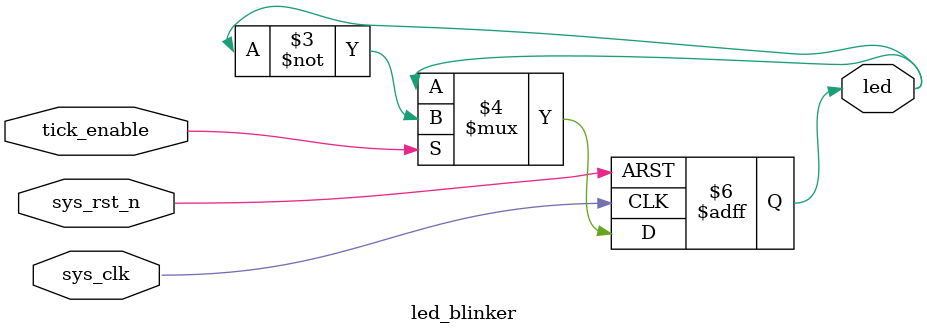
<source format=v>
module led_blinker (
	input sys_clk,
	input sys_rst_n,
	input tick_enable,
	output reg led
);
	
	// toggle LED logic
	always @(posedge sys_clk or negedge sys_rst_n) begin
		if(!sys_rst_n)
			led <= 1'b0; // initial LED state when reset (off)
		else begin
			if (tick_enable)
				led <= ~led;
			// no need 'else' because led is a register, it saves past value
		end
	end

endmodule

</source>
